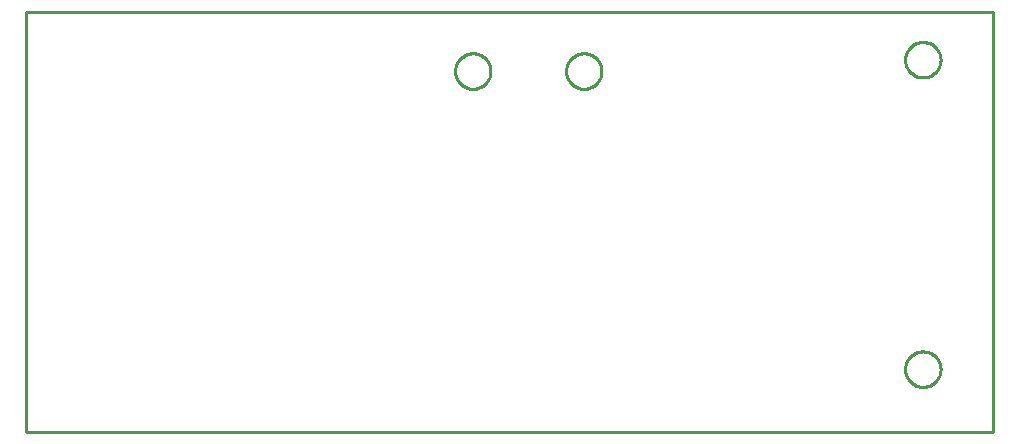
<source format=gbr>
G04 EAGLE Gerber RS-274X export*
G75*
%MOMM*%
%FSLAX34Y34*%
%LPD*%
%IN*%
%IPPOS*%
%AMOC8*
5,1,8,0,0,1.08239X$1,22.5*%
G01*
%ADD10C,0.254000*%


D10*
X0Y0D02*
X819150Y0D01*
X819150Y355600D01*
X0Y355600D01*
X0Y0D01*
X487450Y304939D02*
X487374Y303871D01*
X487221Y302810D01*
X486993Y301763D01*
X486691Y300735D01*
X486317Y299731D01*
X485872Y298756D01*
X485358Y297816D01*
X484779Y296915D01*
X484137Y296057D01*
X483435Y295247D01*
X482678Y294490D01*
X481868Y293788D01*
X481010Y293146D01*
X480109Y292567D01*
X479169Y292053D01*
X478194Y291608D01*
X477190Y291234D01*
X476162Y290932D01*
X475115Y290704D01*
X474054Y290551D01*
X472986Y290475D01*
X471914Y290475D01*
X470846Y290551D01*
X469785Y290704D01*
X468738Y290932D01*
X467710Y291234D01*
X466706Y291608D01*
X465731Y292053D01*
X464791Y292567D01*
X463890Y293146D01*
X463032Y293788D01*
X462222Y294490D01*
X461465Y295247D01*
X460763Y296057D01*
X460121Y296915D01*
X459542Y297816D01*
X459028Y298756D01*
X458583Y299731D01*
X458209Y300735D01*
X457907Y301763D01*
X457679Y302810D01*
X457526Y303871D01*
X457450Y304939D01*
X457450Y306011D01*
X457526Y307079D01*
X457679Y308140D01*
X457907Y309187D01*
X458209Y310215D01*
X458583Y311219D01*
X459028Y312194D01*
X459542Y313134D01*
X460121Y314035D01*
X460763Y314893D01*
X461465Y315703D01*
X462222Y316460D01*
X463032Y317162D01*
X463890Y317804D01*
X464791Y318383D01*
X465731Y318897D01*
X466706Y319342D01*
X467710Y319716D01*
X468738Y320018D01*
X469785Y320246D01*
X470846Y320399D01*
X471914Y320475D01*
X472986Y320475D01*
X474054Y320399D01*
X475115Y320246D01*
X476162Y320018D01*
X477190Y319716D01*
X478194Y319342D01*
X479169Y318897D01*
X480109Y318383D01*
X481010Y317804D01*
X481868Y317162D01*
X482678Y316460D01*
X483435Y315703D01*
X484137Y314893D01*
X484779Y314035D01*
X485358Y313134D01*
X485872Y312194D01*
X486317Y311219D01*
X486691Y310215D01*
X486993Y309187D01*
X487221Y308140D01*
X487374Y307079D01*
X487450Y306011D01*
X487450Y304939D01*
X393450Y304939D02*
X393374Y303871D01*
X393221Y302810D01*
X392993Y301763D01*
X392691Y300735D01*
X392317Y299731D01*
X391872Y298756D01*
X391358Y297816D01*
X390779Y296915D01*
X390137Y296057D01*
X389435Y295247D01*
X388678Y294490D01*
X387868Y293788D01*
X387010Y293146D01*
X386109Y292567D01*
X385169Y292053D01*
X384194Y291608D01*
X383190Y291234D01*
X382162Y290932D01*
X381115Y290704D01*
X380054Y290551D01*
X378986Y290475D01*
X377914Y290475D01*
X376846Y290551D01*
X375785Y290704D01*
X374738Y290932D01*
X373710Y291234D01*
X372706Y291608D01*
X371731Y292053D01*
X370791Y292567D01*
X369890Y293146D01*
X369032Y293788D01*
X368222Y294490D01*
X367465Y295247D01*
X366763Y296057D01*
X366121Y296915D01*
X365542Y297816D01*
X365028Y298756D01*
X364583Y299731D01*
X364209Y300735D01*
X363907Y301763D01*
X363679Y302810D01*
X363526Y303871D01*
X363450Y304939D01*
X363450Y306011D01*
X363526Y307079D01*
X363679Y308140D01*
X363907Y309187D01*
X364209Y310215D01*
X364583Y311219D01*
X365028Y312194D01*
X365542Y313134D01*
X366121Y314035D01*
X366763Y314893D01*
X367465Y315703D01*
X368222Y316460D01*
X369032Y317162D01*
X369890Y317804D01*
X370791Y318383D01*
X371731Y318897D01*
X372706Y319342D01*
X373710Y319716D01*
X374738Y320018D01*
X375785Y320246D01*
X376846Y320399D01*
X377914Y320475D01*
X378986Y320475D01*
X380054Y320399D01*
X381115Y320246D01*
X382162Y320018D01*
X383190Y319716D01*
X384194Y319342D01*
X385169Y318897D01*
X386109Y318383D01*
X387010Y317804D01*
X387868Y317162D01*
X388678Y316460D01*
X389435Y315703D01*
X390137Y314893D01*
X390779Y314035D01*
X391358Y313134D01*
X391872Y312194D01*
X392317Y311219D01*
X392691Y310215D01*
X392993Y309187D01*
X393221Y308140D01*
X393374Y307079D01*
X393450Y306011D01*
X393450Y304939D01*
X758964Y38150D02*
X757896Y38226D01*
X756835Y38379D01*
X755788Y38607D01*
X754760Y38909D01*
X753756Y39283D01*
X752781Y39728D01*
X751841Y40242D01*
X750940Y40821D01*
X750082Y41463D01*
X749272Y42165D01*
X748515Y42922D01*
X747813Y43732D01*
X747171Y44590D01*
X746592Y45491D01*
X746078Y46431D01*
X745633Y47406D01*
X745259Y48410D01*
X744957Y49438D01*
X744729Y50485D01*
X744576Y51546D01*
X744500Y52614D01*
X744500Y53686D01*
X744576Y54754D01*
X744729Y55815D01*
X744957Y56862D01*
X745259Y57890D01*
X745633Y58894D01*
X746078Y59869D01*
X746592Y60809D01*
X747171Y61710D01*
X747813Y62568D01*
X748515Y63378D01*
X749272Y64135D01*
X750082Y64837D01*
X750940Y65479D01*
X751841Y66058D01*
X752781Y66572D01*
X753756Y67017D01*
X754760Y67391D01*
X755788Y67693D01*
X756835Y67921D01*
X757896Y68074D01*
X758964Y68150D01*
X760036Y68150D01*
X761104Y68074D01*
X762165Y67921D01*
X763212Y67693D01*
X764240Y67391D01*
X765244Y67017D01*
X766219Y66572D01*
X767159Y66058D01*
X768060Y65479D01*
X768918Y64837D01*
X769728Y64135D01*
X770485Y63378D01*
X771187Y62568D01*
X771829Y61710D01*
X772408Y60809D01*
X772922Y59869D01*
X773367Y58894D01*
X773741Y57890D01*
X774043Y56862D01*
X774271Y55815D01*
X774424Y54754D01*
X774500Y53686D01*
X774500Y52614D01*
X774424Y51546D01*
X774271Y50485D01*
X774043Y49438D01*
X773741Y48410D01*
X773367Y47406D01*
X772922Y46431D01*
X772408Y45491D01*
X771829Y44590D01*
X771187Y43732D01*
X770485Y42922D01*
X769728Y42165D01*
X768918Y41463D01*
X768060Y40821D01*
X767159Y40242D01*
X766219Y39728D01*
X765244Y39283D01*
X764240Y38909D01*
X763212Y38607D01*
X762165Y38379D01*
X761104Y38226D01*
X760036Y38150D01*
X758964Y38150D01*
X758964Y300150D02*
X757896Y300226D01*
X756835Y300379D01*
X755788Y300607D01*
X754760Y300909D01*
X753756Y301283D01*
X752781Y301728D01*
X751841Y302242D01*
X750940Y302821D01*
X750082Y303463D01*
X749272Y304165D01*
X748515Y304922D01*
X747813Y305732D01*
X747171Y306590D01*
X746592Y307491D01*
X746078Y308431D01*
X745633Y309406D01*
X745259Y310410D01*
X744957Y311438D01*
X744729Y312485D01*
X744576Y313546D01*
X744500Y314614D01*
X744500Y315686D01*
X744576Y316754D01*
X744729Y317815D01*
X744957Y318862D01*
X745259Y319890D01*
X745633Y320894D01*
X746078Y321869D01*
X746592Y322809D01*
X747171Y323710D01*
X747813Y324568D01*
X748515Y325378D01*
X749272Y326135D01*
X750082Y326837D01*
X750940Y327479D01*
X751841Y328058D01*
X752781Y328572D01*
X753756Y329017D01*
X754760Y329391D01*
X755788Y329693D01*
X756835Y329921D01*
X757896Y330074D01*
X758964Y330150D01*
X760036Y330150D01*
X761104Y330074D01*
X762165Y329921D01*
X763212Y329693D01*
X764240Y329391D01*
X765244Y329017D01*
X766219Y328572D01*
X767159Y328058D01*
X768060Y327479D01*
X768918Y326837D01*
X769728Y326135D01*
X770485Y325378D01*
X771187Y324568D01*
X771829Y323710D01*
X772408Y322809D01*
X772922Y321869D01*
X773367Y320894D01*
X773741Y319890D01*
X774043Y318862D01*
X774271Y317815D01*
X774424Y316754D01*
X774500Y315686D01*
X774500Y314614D01*
X774424Y313546D01*
X774271Y312485D01*
X774043Y311438D01*
X773741Y310410D01*
X773367Y309406D01*
X772922Y308431D01*
X772408Y307491D01*
X771829Y306590D01*
X771187Y305732D01*
X770485Y304922D01*
X769728Y304165D01*
X768918Y303463D01*
X768060Y302821D01*
X767159Y302242D01*
X766219Y301728D01*
X765244Y301283D01*
X764240Y300909D01*
X763212Y300607D01*
X762165Y300379D01*
X761104Y300226D01*
X760036Y300150D01*
X758964Y300150D01*
M02*

</source>
